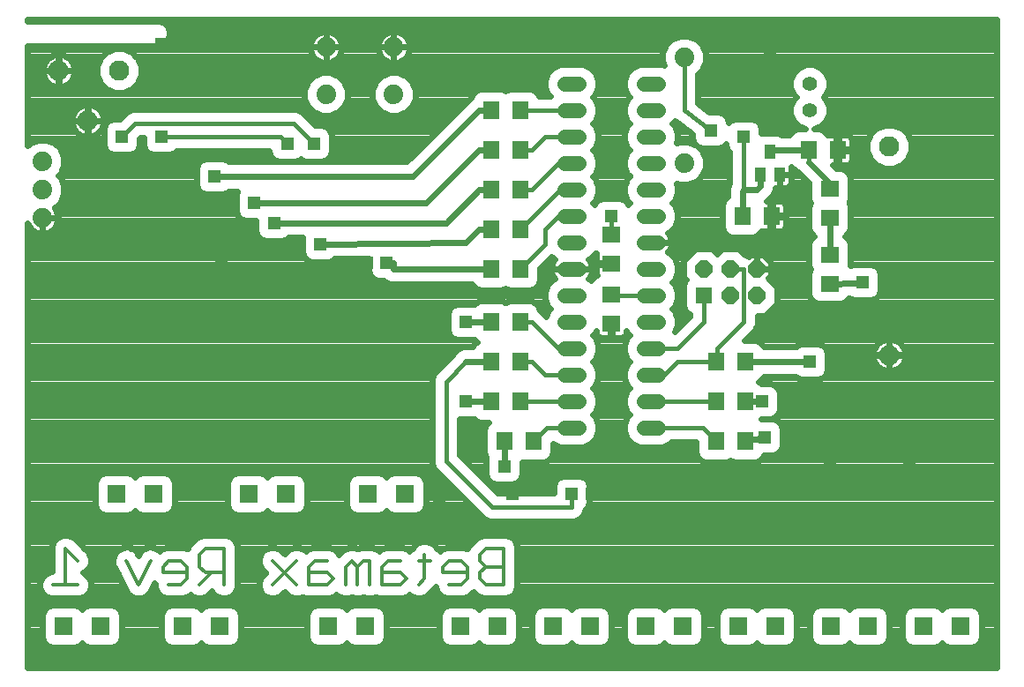
<source format=gbl>
G75*
G70*
%OFA0B0*%
%FSLAX24Y24*%
%IPPOS*%
%LPD*%
%AMOC8*
5,1,8,0,0,1.08239X$1,22.5*
%
%ADD10C,0.0120*%
%ADD11C,0.0560*%
%ADD12R,0.0640X0.0640*%
%ADD13OC8,0.0640*%
%ADD14C,0.0560*%
%ADD15R,0.0630X0.0709*%
%ADD16R,0.0394X0.0551*%
%ADD17C,0.0768*%
%ADD18R,0.0709X0.0630*%
%ADD19R,0.0712X0.0712*%
%ADD20C,0.0740*%
%ADD21C,0.0160*%
%ADD22R,0.0476X0.0476*%
%ADD23C,0.0240*%
%ADD24C,0.0320*%
D10*
X009236Y008973D02*
X010157Y008973D01*
X009697Y008973D02*
X009697Y010354D01*
X010157Y009894D01*
X011999Y009894D02*
X012459Y008973D01*
X012920Y009894D01*
X013380Y009664D02*
X013380Y009433D01*
X014301Y009433D01*
X014301Y009203D02*
X014301Y009664D01*
X014071Y009894D01*
X013610Y009894D01*
X013380Y009664D01*
X014071Y008973D02*
X014301Y009203D01*
X014071Y008973D02*
X013610Y008973D01*
X014761Y008973D02*
X015222Y009433D01*
X014991Y009433D02*
X014761Y009664D01*
X014761Y010124D01*
X014991Y010354D01*
X015682Y010354D01*
X015682Y008973D01*
X015682Y009433D02*
X014991Y009433D01*
X017523Y008973D02*
X018444Y009894D01*
X018905Y009664D02*
X018905Y008973D01*
X019595Y008973D01*
X019825Y009203D01*
X019595Y009433D01*
X018905Y009433D01*
X018905Y009664D02*
X019135Y009894D01*
X019595Y009894D01*
X020286Y009664D02*
X020286Y008973D01*
X020746Y008973D02*
X020746Y009664D01*
X020516Y009894D01*
X020286Y009664D01*
X020746Y009664D02*
X020976Y009894D01*
X021207Y009894D01*
X021207Y008973D01*
X021667Y008973D02*
X022358Y008973D01*
X022588Y009203D01*
X022358Y009433D01*
X021667Y009433D01*
X021667Y009664D02*
X021667Y008973D01*
X021667Y009664D02*
X021897Y009894D01*
X022358Y009894D01*
X023048Y009894D02*
X023509Y009894D01*
X023278Y010124D02*
X023278Y009203D01*
X023048Y008973D01*
X023969Y009433D02*
X024890Y009433D01*
X024890Y009203D02*
X024890Y009664D01*
X024660Y009894D01*
X024199Y009894D01*
X023969Y009664D01*
X023969Y009433D01*
X024199Y008973D02*
X024660Y008973D01*
X024890Y009203D01*
X025350Y009203D02*
X025350Y009433D01*
X025580Y009664D01*
X026271Y009664D01*
X025580Y009664D02*
X025350Y009894D01*
X025350Y010124D01*
X025580Y010354D01*
X026271Y010354D01*
X026271Y008973D01*
X025580Y008973D01*
X025350Y009203D01*
X018444Y008973D02*
X017523Y009894D01*
D11*
X028551Y014913D02*
X029111Y014913D01*
X029111Y015913D02*
X028551Y015913D01*
X028551Y016913D02*
X029111Y016913D01*
X029111Y017913D02*
X028551Y017913D01*
X028551Y018913D02*
X029111Y018913D01*
X029111Y019913D02*
X028551Y019913D01*
X028551Y020913D02*
X029111Y020913D01*
X029111Y021913D02*
X028551Y021913D01*
X028551Y022913D02*
X029111Y022913D01*
X029111Y023913D02*
X028551Y023913D01*
X028551Y024913D02*
X029111Y024913D01*
X029111Y025913D02*
X028551Y025913D01*
X028551Y026913D02*
X029111Y026913D01*
X029111Y027913D02*
X028551Y027913D01*
X031551Y027913D02*
X032111Y027913D01*
X032111Y026913D02*
X031551Y026913D01*
X031551Y025913D02*
X032111Y025913D01*
X032111Y024913D02*
X031551Y024913D01*
X031551Y023913D02*
X032111Y023913D01*
X032111Y022913D02*
X031551Y022913D01*
X031551Y021913D02*
X032111Y021913D01*
X032111Y020913D02*
X031551Y020913D01*
X031551Y019913D02*
X032111Y019913D01*
X032111Y018913D02*
X031551Y018913D01*
X031551Y017913D02*
X032111Y017913D01*
X032111Y016913D02*
X031551Y016913D01*
X031551Y015913D02*
X032111Y015913D01*
X032111Y014913D02*
X031551Y014913D01*
D12*
X033831Y019913D03*
D13*
X034831Y019913D03*
X035831Y019913D03*
X035831Y020913D03*
X034831Y020913D03*
X033831Y020913D03*
D14*
X037831Y026913D03*
X037831Y027913D03*
D15*
X037780Y025413D03*
X038882Y025413D03*
X036382Y022913D03*
X035280Y022913D03*
X035382Y017413D03*
X034280Y017413D03*
X034280Y015913D03*
X035382Y015913D03*
X035382Y014413D03*
X034280Y014413D03*
X027382Y014413D03*
X026280Y014413D03*
X025780Y015913D03*
X026882Y015913D03*
X026882Y017413D03*
X025780Y017413D03*
X025780Y018913D03*
X026882Y018913D03*
X026882Y020913D03*
X025780Y020913D03*
X025780Y022413D03*
X026882Y022413D03*
X026882Y023913D03*
X025780Y023913D03*
X025780Y025413D03*
X026882Y025413D03*
X026882Y026913D03*
X025780Y026913D03*
D16*
X035957Y024480D03*
X036705Y024480D03*
X036331Y025346D03*
D17*
X040831Y025537D03*
X040831Y017663D03*
X011725Y028413D03*
X009441Y028413D03*
X010544Y026523D03*
D18*
X030331Y022214D03*
X030331Y021112D03*
X030331Y019964D03*
X030331Y018862D03*
X038581Y020362D03*
X038581Y021464D03*
X038581Y022862D03*
X038581Y023964D03*
D19*
X022536Y012413D03*
X021134Y012413D03*
X018036Y012413D03*
X016634Y012413D03*
X013036Y012413D03*
X011634Y012413D03*
X011036Y007413D03*
X009634Y007413D03*
X014134Y007413D03*
X015536Y007413D03*
X019634Y007413D03*
X021036Y007413D03*
X024634Y007413D03*
X026036Y007413D03*
X028134Y007413D03*
X029536Y007413D03*
X031634Y007413D03*
X033036Y007413D03*
X035134Y007413D03*
X036536Y007413D03*
X038634Y007413D03*
X040036Y007413D03*
X042134Y007413D03*
X043536Y007413D03*
D20*
X033081Y024913D03*
X033081Y028913D03*
X022111Y029303D03*
X022111Y027523D03*
X019551Y027523D03*
X019551Y029303D03*
X008831Y024983D03*
X008831Y023913D03*
X008831Y022843D03*
D21*
X011831Y025913D02*
X012331Y026413D01*
X018331Y026413D01*
X019081Y025663D01*
X018081Y025663D02*
X017831Y025913D01*
X013331Y025913D01*
X024081Y016663D02*
X024831Y017413D01*
X024081Y016663D02*
X024081Y013663D01*
X025831Y011913D01*
X028831Y011913D01*
X028831Y012413D01*
X027382Y014413D02*
X027882Y014913D01*
X028831Y014913D01*
X028831Y015913D02*
X026882Y015913D01*
X027831Y016913D02*
X028831Y016913D01*
X027831Y016913D02*
X027331Y017413D01*
X026882Y017413D01*
X028331Y017913D02*
X028831Y017913D01*
X028331Y017913D02*
X027331Y018913D01*
X026882Y018913D01*
X026882Y020913D02*
X027831Y021862D01*
X027831Y022413D01*
X028331Y022913D01*
X028831Y022913D01*
X028831Y023913D02*
X028382Y023913D01*
X026882Y022413D01*
X026882Y023913D02*
X027331Y023913D01*
X028331Y024913D01*
X028831Y024913D01*
X028831Y025913D02*
X027831Y025913D01*
X027331Y025413D01*
X026882Y025413D01*
X026882Y026913D02*
X028831Y026913D01*
X033081Y026913D02*
X034081Y026163D01*
X033081Y026913D02*
X033081Y028913D01*
X035331Y025913D02*
X035331Y023913D01*
X036331Y025346D02*
X036398Y025413D01*
X037780Y025413D02*
X037780Y024964D01*
X038581Y024163D02*
X038581Y023964D01*
X038581Y021663D02*
X038581Y021464D01*
X038581Y020362D02*
X038780Y020362D01*
X035331Y020913D02*
X035331Y018913D01*
X034331Y017913D01*
X034331Y017464D01*
X034280Y017413D01*
X032831Y017413D01*
X032331Y016913D01*
X031831Y016913D01*
X031831Y017913D02*
X032831Y017913D01*
X033831Y018913D01*
X033831Y019913D01*
X034831Y020913D02*
X035331Y020913D01*
X031831Y019913D02*
X030780Y019913D01*
X030331Y019964D01*
X030331Y022214D02*
X030331Y022913D01*
X031831Y015913D02*
X034280Y015913D01*
X033780Y014913D02*
X034280Y014413D01*
X033780Y014913D02*
X031831Y014913D01*
D22*
X032581Y012413D03*
X029581Y012413D03*
X028831Y012413D03*
X026581Y012413D03*
X026280Y013464D03*
X023831Y012163D03*
X024831Y015913D03*
X024831Y018913D03*
X027831Y020663D03*
X030331Y022913D03*
X034081Y026163D03*
X035331Y025913D03*
X036331Y028913D03*
X039831Y020413D03*
X037831Y017413D03*
X036024Y015913D03*
X036132Y014555D03*
X035581Y013413D03*
X038581Y013413D03*
X041581Y013413D03*
X021831Y021163D03*
X021081Y021163D03*
X019331Y021862D03*
X017581Y022663D03*
X016831Y023413D03*
X015331Y024413D03*
X013331Y025913D03*
X011831Y025913D03*
X013331Y029413D03*
X018081Y025663D03*
X019081Y025663D03*
X015581Y021163D03*
X018331Y017663D03*
X012331Y017663D03*
X009331Y018663D03*
D23*
X008271Y022657D02*
X008271Y005853D01*
X044883Y005853D01*
X044883Y030343D01*
X008271Y030343D01*
X008271Y030292D01*
X013255Y030292D01*
X013426Y030221D01*
X013557Y030090D01*
X013628Y029919D01*
X013628Y029733D01*
X013557Y029562D01*
X013426Y029431D01*
X013255Y029360D01*
X008271Y029360D01*
X008271Y025569D01*
X008372Y025670D01*
X008670Y025793D01*
X008992Y025793D01*
X009290Y025670D01*
X009518Y025442D01*
X009641Y025144D01*
X009641Y024822D01*
X009518Y024524D01*
X009441Y024448D01*
X009518Y024372D01*
X009641Y024074D01*
X009641Y023752D01*
X009518Y023454D01*
X009290Y023226D01*
X009284Y023224D01*
X009336Y023152D01*
X009378Y023069D01*
X009406Y022981D01*
X009421Y022889D01*
X009421Y022843D01*
X008831Y022843D01*
X008831Y022843D01*
X009421Y022843D01*
X009421Y022797D01*
X009406Y022705D01*
X009378Y022617D01*
X009336Y022534D01*
X009281Y022459D01*
X009215Y022393D01*
X009140Y022338D01*
X009057Y022296D01*
X008969Y022268D01*
X008877Y022253D01*
X008831Y022253D01*
X008831Y022843D01*
X008831Y022843D01*
X008831Y022253D01*
X008785Y022253D01*
X008693Y022268D01*
X008604Y022296D01*
X008522Y022338D01*
X008447Y022393D01*
X008381Y022459D01*
X008326Y022534D01*
X008284Y022617D01*
X008271Y022657D01*
X008271Y022525D02*
X008333Y022525D01*
X008271Y022286D02*
X008636Y022286D01*
X008831Y022286D02*
X008831Y022286D01*
X009026Y022286D02*
X016925Y022286D01*
X016903Y022338D02*
X016970Y022176D01*
X017094Y022052D01*
X017256Y021985D01*
X017906Y021985D01*
X018068Y022052D01*
X018119Y022103D01*
X018653Y022103D01*
X018653Y021536D01*
X018720Y021375D01*
X018844Y021251D01*
X019006Y021184D01*
X019656Y021184D01*
X019818Y021251D01*
X019874Y021307D01*
X021153Y021319D01*
X021153Y020838D01*
X021220Y020676D01*
X021344Y020552D01*
X021506Y020485D01*
X021717Y020485D01*
X021764Y020438D01*
X021970Y020353D01*
X025074Y020353D01*
X025092Y020309D01*
X025216Y020186D01*
X025377Y020119D01*
X026182Y020119D01*
X026331Y020180D01*
X026480Y020119D01*
X027285Y020119D01*
X027446Y020186D01*
X027570Y020309D01*
X027637Y020471D01*
X027637Y020933D01*
X028075Y021371D01*
X028143Y021303D01*
X028207Y021276D01*
X028170Y021239D01*
X028123Y021175D01*
X028088Y021105D01*
X028063Y021030D01*
X028051Y020952D01*
X028051Y020913D01*
X028831Y020913D01*
X029611Y020913D01*
X029611Y020952D01*
X029599Y021030D01*
X029574Y021105D01*
X029539Y021175D01*
X029492Y021239D01*
X029455Y021276D01*
X029519Y021303D01*
X029721Y021505D01*
X029730Y021525D01*
X029771Y021508D01*
X029757Y021456D01*
X029757Y021149D01*
X030293Y021149D01*
X030293Y021074D01*
X029757Y021074D01*
X029757Y020768D01*
X029772Y020712D01*
X029791Y020678D01*
X029727Y020652D01*
X029604Y020528D01*
X029577Y020465D01*
X029519Y020523D01*
X029455Y020550D01*
X029492Y020587D01*
X029539Y020651D01*
X029574Y020721D01*
X029599Y020796D01*
X029611Y020874D01*
X029611Y020913D01*
X028831Y020913D01*
X028831Y020913D01*
X028831Y020913D01*
X028051Y020913D01*
X028051Y020874D01*
X028063Y020796D01*
X028088Y020721D01*
X028123Y020651D01*
X028170Y020587D01*
X028207Y020550D01*
X028143Y020523D01*
X027941Y020321D01*
X027831Y020056D01*
X027831Y019770D01*
X027941Y019505D01*
X028033Y019413D01*
X027941Y019321D01*
X027858Y019121D01*
X027772Y019208D01*
X027637Y019342D01*
X027637Y019355D01*
X027570Y019517D01*
X027446Y019640D01*
X027285Y019707D01*
X026480Y019707D01*
X026331Y019646D01*
X026182Y019707D01*
X025377Y019707D01*
X025216Y019640D01*
X025163Y019588D01*
X025156Y019591D01*
X024506Y019591D01*
X024344Y019524D01*
X024220Y019400D01*
X024153Y019238D01*
X024153Y018588D01*
X024220Y018426D01*
X024344Y018302D01*
X024506Y018235D01*
X025156Y018235D01*
X025163Y018238D01*
X025216Y018186D01*
X025270Y018163D01*
X025216Y018140D01*
X025092Y018017D01*
X025074Y017973D01*
X024720Y017973D01*
X024514Y017888D01*
X024356Y017730D01*
X024316Y017634D01*
X023786Y017104D01*
X023640Y016958D01*
X023561Y016766D01*
X023561Y013560D01*
X023640Y013368D01*
X023786Y013222D01*
X023786Y013222D01*
X025390Y011618D01*
X025536Y011472D01*
X025728Y011393D01*
X028934Y011393D01*
X029126Y011472D01*
X029272Y011618D01*
X029351Y011810D01*
X029351Y011835D01*
X029442Y011926D01*
X029509Y012088D01*
X029509Y012738D01*
X029442Y012900D01*
X029318Y013024D01*
X029156Y013091D01*
X028506Y013091D01*
X028344Y013024D01*
X028220Y012900D01*
X028153Y012738D01*
X028153Y012433D01*
X026046Y012433D01*
X024601Y013878D01*
X024601Y015235D01*
X025156Y015235D01*
X025163Y015238D01*
X025216Y015186D01*
X025377Y015119D01*
X025694Y015119D01*
X025592Y015017D01*
X025525Y014855D01*
X025525Y013971D01*
X025592Y013809D01*
X025605Y013796D01*
X025602Y013789D01*
X025602Y013139D01*
X025669Y012977D01*
X025793Y012853D01*
X025954Y012786D01*
X026605Y012786D01*
X026767Y012853D01*
X026891Y012977D01*
X026958Y013139D01*
X026958Y013628D01*
X026980Y013619D01*
X027785Y013619D01*
X027946Y013686D01*
X028070Y013809D01*
X028137Y013971D01*
X028137Y014309D01*
X028143Y014303D01*
X028408Y014193D01*
X029254Y014193D01*
X029519Y014303D01*
X029721Y014505D01*
X029831Y014770D01*
X029831Y015056D01*
X029721Y015321D01*
X029629Y015413D01*
X029721Y015505D01*
X029831Y015770D01*
X029831Y016056D01*
X029721Y016321D01*
X029629Y016413D01*
X029721Y016505D01*
X029831Y016770D01*
X029831Y017056D01*
X029721Y017321D01*
X029629Y017413D01*
X029721Y017505D01*
X029831Y017770D01*
X029831Y018056D01*
X029721Y018321D01*
X029629Y018413D01*
X029721Y018505D01*
X029757Y018590D01*
X029757Y018518D01*
X029772Y018462D01*
X029801Y018412D01*
X029842Y018371D01*
X029892Y018342D01*
X029948Y018327D01*
X030293Y018327D01*
X030293Y018824D01*
X030368Y018824D01*
X030368Y018327D01*
X030714Y018327D01*
X030770Y018342D01*
X030820Y018371D01*
X030861Y018412D01*
X030890Y018462D01*
X030905Y018518D01*
X030905Y018590D01*
X030941Y018505D01*
X031033Y018413D01*
X030941Y018321D01*
X030831Y018056D01*
X030831Y017770D01*
X030941Y017505D01*
X031033Y017413D01*
X030941Y017321D01*
X030831Y017056D01*
X030831Y016770D01*
X030941Y016505D01*
X031033Y016413D01*
X030941Y016321D01*
X030831Y016056D01*
X030831Y015770D01*
X030941Y015505D01*
X031033Y015413D01*
X030941Y015321D01*
X030831Y015056D01*
X030831Y014770D01*
X030941Y014505D01*
X031143Y014303D01*
X031408Y014193D01*
X032254Y014193D01*
X032519Y014303D01*
X032609Y014393D01*
X033525Y014393D01*
X033525Y013971D01*
X033592Y013809D01*
X033716Y013686D01*
X033877Y013619D01*
X034682Y013619D01*
X034831Y013680D01*
X034980Y013619D01*
X035785Y013619D01*
X035946Y013686D01*
X036070Y013809D01*
X036098Y013877D01*
X036457Y013877D01*
X036619Y013944D01*
X036743Y014068D01*
X036810Y014229D01*
X036810Y014880D01*
X036743Y015042D01*
X036619Y015166D01*
X036457Y015233D01*
X035993Y015233D01*
X035996Y015235D01*
X036349Y015235D01*
X036511Y015302D01*
X036635Y015426D01*
X036702Y015588D01*
X036702Y016238D01*
X036635Y016400D01*
X036511Y016524D01*
X036349Y016591D01*
X035996Y016591D01*
X035946Y016640D01*
X035892Y016663D01*
X035946Y016686D01*
X036070Y016809D01*
X036088Y016853D01*
X037293Y016853D01*
X037344Y016802D01*
X037506Y016735D01*
X038156Y016735D01*
X038318Y016802D01*
X038442Y016926D01*
X038509Y017088D01*
X038509Y017738D01*
X038442Y017900D01*
X038318Y018024D01*
X038156Y018091D01*
X037506Y018091D01*
X037344Y018024D01*
X037293Y017973D01*
X036088Y017973D01*
X036070Y018017D01*
X035946Y018140D01*
X035785Y018207D01*
X035361Y018207D01*
X035772Y018618D01*
X035851Y018810D01*
X035851Y019153D01*
X036146Y019153D01*
X036591Y019598D01*
X036591Y020228D01*
X036250Y020569D01*
X036371Y020689D01*
X036371Y020913D01*
X036371Y021137D01*
X036055Y021453D01*
X035831Y021453D01*
X035831Y021065D01*
X035831Y021453D01*
X035607Y021453D01*
X035543Y021388D01*
X035434Y021433D01*
X035386Y021433D01*
X035146Y021673D01*
X034516Y021673D01*
X034331Y021488D01*
X034146Y021673D01*
X033516Y021673D01*
X033071Y021228D01*
X033071Y020598D01*
X033162Y020507D01*
X033138Y020482D01*
X033071Y020321D01*
X033071Y019505D01*
X033138Y019344D01*
X033262Y019220D01*
X033311Y019200D01*
X033311Y019128D01*
X032745Y018563D01*
X032831Y018770D01*
X032831Y019056D01*
X032721Y019321D01*
X032629Y019413D01*
X032721Y019505D01*
X032831Y019770D01*
X032831Y020056D01*
X032721Y020321D01*
X032629Y020413D01*
X032721Y020505D01*
X032831Y020770D01*
X032831Y021056D01*
X032721Y021321D01*
X032519Y021523D01*
X032455Y021550D01*
X032492Y021587D01*
X032539Y021651D01*
X032574Y021721D01*
X032599Y021796D01*
X032611Y021874D01*
X032611Y021913D01*
X032611Y021952D01*
X032599Y022030D01*
X032574Y022105D01*
X032539Y022175D01*
X032492Y022239D01*
X032455Y022276D01*
X032519Y022303D01*
X032721Y022505D01*
X032831Y022770D01*
X032831Y023056D01*
X032721Y023321D01*
X032629Y023413D01*
X032721Y023505D01*
X032831Y023770D01*
X032831Y024056D01*
X032789Y024157D01*
X032920Y024103D01*
X033242Y024103D01*
X033540Y024226D01*
X033768Y024454D01*
X033891Y024752D01*
X033891Y025074D01*
X033768Y025372D01*
X033540Y025600D01*
X033242Y025723D01*
X032920Y025723D01*
X032789Y025669D01*
X032831Y025770D01*
X032831Y026056D01*
X032721Y026321D01*
X032629Y026413D01*
X032721Y026505D01*
X032730Y026526D01*
X032739Y026519D01*
X032786Y026472D01*
X032821Y026458D01*
X033403Y026021D01*
X033403Y025838D01*
X033470Y025676D01*
X033594Y025552D01*
X033756Y025485D01*
X034406Y025485D01*
X034568Y025552D01*
X034653Y025637D01*
X034653Y025588D01*
X034720Y025426D01*
X034811Y025335D01*
X034811Y024185D01*
X034805Y024179D01*
X034720Y023973D01*
X034720Y023642D01*
X034716Y023640D01*
X034592Y023517D01*
X034525Y023355D01*
X034525Y022471D01*
X034592Y022309D01*
X034716Y022186D01*
X034877Y022119D01*
X035682Y022119D01*
X035844Y022186D01*
X035968Y022309D01*
X035986Y022353D01*
X036038Y022339D01*
X036345Y022339D01*
X036345Y022876D01*
X036420Y022876D01*
X036420Y022950D01*
X036917Y022950D01*
X036917Y023296D01*
X036902Y023352D01*
X036873Y023402D01*
X036832Y023443D01*
X036782Y023472D01*
X036726Y023487D01*
X036420Y023487D01*
X036420Y022950D01*
X036345Y022950D01*
X036345Y023487D01*
X036197Y023487D01*
X036274Y023564D01*
X036432Y023722D01*
X036517Y023928D01*
X036517Y023945D01*
X036527Y023955D01*
X036539Y023984D01*
X036705Y023984D01*
X036931Y023984D01*
X036987Y023999D01*
X037037Y024028D01*
X037078Y024069D01*
X037107Y024119D01*
X037122Y024175D01*
X037122Y024480D01*
X037122Y024779D01*
X037216Y024686D01*
X037304Y024649D01*
X037305Y024647D01*
X037787Y024165D01*
X037787Y023562D01*
X037848Y023413D01*
X037787Y023264D01*
X037787Y022459D01*
X037854Y022298D01*
X037977Y022174D01*
X038004Y022163D01*
X037977Y022152D01*
X037854Y022028D01*
X037787Y021867D01*
X037787Y021062D01*
X037848Y020913D01*
X037787Y020764D01*
X037787Y019959D01*
X037854Y019798D01*
X037977Y019674D01*
X038139Y019607D01*
X039023Y019607D01*
X039185Y019674D01*
X039308Y019798D01*
X039320Y019826D01*
X039344Y019802D01*
X039506Y019735D01*
X040156Y019735D01*
X040318Y019802D01*
X040442Y019926D01*
X040509Y020088D01*
X040509Y020738D01*
X040442Y020900D01*
X040318Y021024D01*
X040156Y021091D01*
X039506Y021091D01*
X039363Y021032D01*
X039375Y021062D01*
X039375Y021867D01*
X039308Y022028D01*
X039185Y022152D01*
X039158Y022163D01*
X039185Y022174D01*
X039308Y022298D01*
X039375Y022459D01*
X039375Y023264D01*
X039314Y023413D01*
X039375Y023562D01*
X039375Y024367D01*
X039308Y024528D01*
X039185Y024652D01*
X039023Y024719D01*
X038817Y024719D01*
X038697Y024839D01*
X038845Y024839D01*
X038845Y025376D01*
X038920Y025376D01*
X038920Y025450D01*
X039417Y025450D01*
X039417Y025796D01*
X039402Y025852D01*
X039373Y025902D01*
X039332Y025943D01*
X039282Y025972D01*
X039226Y025987D01*
X038920Y025987D01*
X038920Y025450D01*
X038845Y025450D01*
X038845Y025987D01*
X038538Y025987D01*
X038486Y025973D01*
X038468Y026017D01*
X038344Y026140D01*
X038182Y026207D01*
X038009Y026207D01*
X038239Y026303D01*
X038441Y026505D01*
X038551Y026770D01*
X038551Y027056D01*
X044883Y027056D01*
X044883Y026818D02*
X038551Y026818D01*
X038551Y027056D02*
X038441Y027321D01*
X038349Y027413D01*
X038441Y027505D01*
X038551Y027770D01*
X038551Y028056D01*
X038441Y028321D01*
X038239Y028523D01*
X037974Y028633D01*
X037688Y028633D01*
X037423Y028523D01*
X037221Y028321D01*
X037111Y028056D01*
X037111Y027770D01*
X037221Y027505D01*
X037313Y027413D01*
X037221Y027321D01*
X037111Y027056D01*
X033757Y027056D01*
X033601Y027173D02*
X034044Y026841D01*
X034406Y026841D01*
X034568Y026774D01*
X034692Y026650D01*
X034759Y026488D01*
X034759Y026439D01*
X034844Y026524D01*
X035006Y026591D01*
X035656Y026591D01*
X035818Y026524D01*
X035942Y026400D01*
X036009Y026238D01*
X036009Y026046D01*
X036047Y026062D01*
X036615Y026062D01*
X036777Y025995D01*
X036799Y025973D01*
X037074Y025973D01*
X037092Y026017D01*
X037216Y026140D01*
X037377Y026207D01*
X037653Y026207D01*
X037423Y026303D01*
X037221Y026505D01*
X037111Y026770D01*
X037111Y027056D01*
X037111Y026818D02*
X034462Y026818D01*
X034721Y026579D02*
X034977Y026579D01*
X035685Y026579D02*
X037190Y026579D01*
X037385Y026341D02*
X035966Y026341D01*
X036009Y026102D02*
X037177Y026102D01*
X037780Y025413D02*
X036398Y025413D01*
X037122Y024671D02*
X037251Y024671D01*
X037122Y024480D02*
X036705Y024480D01*
X036705Y024480D01*
X037122Y024480D01*
X037122Y024433D02*
X037519Y024433D01*
X037758Y024194D02*
X037122Y024194D01*
X036705Y024194D02*
X036705Y024194D01*
X036705Y023984D02*
X036705Y024480D01*
X036705Y024480D01*
X036705Y023984D01*
X036527Y023956D02*
X037787Y023956D01*
X037787Y023717D02*
X036427Y023717D01*
X036274Y023564D02*
X036274Y023564D01*
X036345Y023479D02*
X036420Y023479D01*
X036420Y023240D02*
X036345Y023240D01*
X036345Y023002D02*
X036420Y023002D01*
X036420Y022876D02*
X036917Y022876D01*
X036917Y022530D01*
X036902Y022474D01*
X036873Y022424D01*
X036832Y022383D01*
X036782Y022354D01*
X036726Y022339D01*
X036420Y022339D01*
X036420Y022876D01*
X036420Y022763D02*
X036345Y022763D01*
X036345Y022525D02*
X036420Y022525D01*
X035944Y022286D02*
X037865Y022286D01*
X037873Y022048D02*
X032593Y022048D01*
X032611Y021913D02*
X031831Y021913D01*
X031831Y021913D01*
X032611Y021913D01*
X032601Y021809D02*
X037787Y021809D01*
X037787Y021571D02*
X035248Y021571D01*
X035831Y021332D02*
X035831Y021332D01*
X035831Y021094D02*
X035831Y021094D01*
X035831Y021065D02*
X035831Y021065D01*
X035851Y020913D02*
X036371Y020913D01*
X035851Y020913D01*
X035851Y020913D01*
X036371Y020855D02*
X037824Y020855D01*
X037787Y020617D02*
X036298Y020617D01*
X036441Y020378D02*
X037787Y020378D01*
X037787Y020140D02*
X036591Y020140D01*
X036591Y019901D02*
X037811Y019901D01*
X038005Y019663D02*
X036591Y019663D01*
X036417Y019424D02*
X044883Y019424D01*
X044883Y019186D02*
X036178Y019186D01*
X035851Y018947D02*
X044883Y018947D01*
X044883Y018709D02*
X035809Y018709D01*
X035623Y018470D02*
X044883Y018470D01*
X044883Y018232D02*
X041035Y018232D01*
X041063Y018223D02*
X040972Y018252D01*
X040878Y018267D01*
X040839Y018267D01*
X040839Y017671D01*
X041435Y017671D01*
X041435Y017711D01*
X041420Y017804D01*
X041391Y017895D01*
X041347Y017979D01*
X041292Y018056D01*
X041224Y018124D01*
X041147Y018179D01*
X041063Y018223D01*
X040839Y018232D02*
X040823Y018232D01*
X040823Y018267D02*
X040783Y018267D01*
X040690Y018252D01*
X040599Y018223D01*
X040514Y018179D01*
X040438Y018124D01*
X040370Y018056D01*
X040315Y017979D01*
X040271Y017895D01*
X040242Y017804D01*
X040227Y017711D01*
X040227Y017671D01*
X040823Y017671D01*
X040823Y018267D01*
X040627Y018232D02*
X035385Y018232D01*
X036080Y017993D02*
X037313Y017993D01*
X037831Y017413D02*
X035382Y017413D01*
X036061Y016801D02*
X037348Y016801D01*
X036666Y016324D02*
X044883Y016324D01*
X044883Y016562D02*
X036419Y016562D01*
X036702Y016085D02*
X044883Y016085D01*
X044883Y015847D02*
X036702Y015847D01*
X036702Y015608D02*
X044883Y015608D01*
X044883Y015370D02*
X036578Y015370D01*
X036654Y015131D02*
X044883Y015131D01*
X044883Y014893D02*
X036805Y014893D01*
X036810Y014654D02*
X044883Y014654D01*
X044883Y014416D02*
X036810Y014416D01*
X036788Y014177D02*
X044883Y014177D01*
X044883Y013939D02*
X036606Y013939D01*
X035961Y013700D02*
X044883Y013700D01*
X044883Y013462D02*
X026958Y013462D01*
X026958Y013223D02*
X044883Y013223D01*
X044883Y012985D02*
X029357Y012985D01*
X029506Y012746D02*
X044883Y012746D01*
X044883Y012508D02*
X029509Y012508D01*
X029509Y012269D02*
X044883Y012269D01*
X044883Y012031D02*
X029485Y012031D01*
X029344Y011792D02*
X044883Y011792D01*
X044883Y011554D02*
X029207Y011554D01*
X028153Y012508D02*
X025972Y012508D01*
X025733Y012746D02*
X028156Y012746D01*
X028305Y012985D02*
X026894Y012985D01*
X026280Y013464D02*
X026280Y014413D01*
X025525Y014416D02*
X024601Y014416D01*
X024601Y014654D02*
X025525Y014654D01*
X025540Y014893D02*
X024601Y014893D01*
X024601Y015131D02*
X025347Y015131D01*
X025780Y015913D02*
X024831Y015913D01*
X023561Y015847D02*
X008271Y015847D01*
X008271Y016085D02*
X023561Y016085D01*
X023561Y016324D02*
X008271Y016324D01*
X008271Y016562D02*
X023561Y016562D01*
X023575Y016801D02*
X008271Y016801D01*
X008271Y017039D02*
X023722Y017039D01*
X023960Y017278D02*
X008271Y017278D01*
X008271Y017516D02*
X024199Y017516D01*
X024381Y017755D02*
X008271Y017755D01*
X008271Y017993D02*
X025082Y017993D01*
X025170Y018232D02*
X008271Y018232D01*
X008271Y018470D02*
X024202Y018470D01*
X024153Y018709D02*
X008271Y018709D01*
X008271Y018947D02*
X024153Y018947D01*
X024153Y019186D02*
X008271Y019186D01*
X008271Y019424D02*
X024244Y019424D01*
X024831Y018913D02*
X025780Y018913D01*
X026290Y019663D02*
X026371Y019663D01*
X026429Y020140D02*
X026233Y020140D01*
X025327Y020140D02*
X008271Y020140D01*
X008271Y020378D02*
X021909Y020378D01*
X022081Y020913D02*
X025780Y020913D01*
X024831Y021913D02*
X025331Y022413D01*
X025780Y022413D01*
X024831Y021913D02*
X019331Y021862D01*
X018653Y021809D02*
X008271Y021809D01*
X008271Y021571D02*
X018653Y021571D01*
X018763Y021332D02*
X008271Y021332D01*
X008271Y021094D02*
X021153Y021094D01*
X021153Y020855D02*
X008271Y020855D01*
X008271Y020617D02*
X021280Y020617D01*
X021831Y021163D02*
X022081Y021163D01*
X022081Y020913D01*
X024081Y022663D02*
X025331Y023913D01*
X025780Y023913D01*
X024081Y022663D02*
X017581Y022663D01*
X016903Y022735D02*
X016903Y022338D01*
X016903Y022525D02*
X009329Y022525D01*
X009416Y022763D02*
X016438Y022763D01*
X016506Y022735D02*
X016903Y022735D01*
X016506Y022735D02*
X016344Y022802D01*
X016220Y022926D01*
X016153Y023088D01*
X016153Y023738D01*
X016201Y023853D01*
X015869Y023853D01*
X015818Y023802D01*
X015656Y023735D01*
X015006Y023735D01*
X014844Y023802D01*
X014720Y023926D01*
X014653Y024088D01*
X014653Y024738D01*
X014720Y024900D01*
X014844Y025024D01*
X015006Y025091D01*
X015656Y025091D01*
X015818Y025024D01*
X015869Y024973D01*
X022599Y024973D01*
X024856Y027230D01*
X025014Y027388D01*
X025044Y027400D01*
X025092Y027517D01*
X025216Y027640D01*
X025377Y027707D01*
X026182Y027707D01*
X026331Y027646D01*
X026480Y027707D01*
X027285Y027707D01*
X027446Y027640D01*
X027570Y027517D01*
X027605Y027433D01*
X028013Y027433D01*
X027941Y027505D01*
X027831Y027770D01*
X027831Y028056D01*
X027941Y028321D01*
X028143Y028523D01*
X028408Y028633D01*
X029254Y028633D01*
X029519Y028523D01*
X029721Y028321D01*
X029831Y028056D01*
X029831Y027770D01*
X029721Y027505D01*
X029629Y027413D01*
X029721Y027321D01*
X029831Y027056D01*
X030831Y027056D01*
X030831Y026770D01*
X030941Y026505D01*
X031033Y026413D01*
X030941Y026321D01*
X030831Y026056D01*
X030831Y025770D01*
X030941Y025505D01*
X031033Y025413D01*
X030941Y025321D01*
X030831Y025056D01*
X030831Y024770D01*
X030941Y024505D01*
X031033Y024413D01*
X030941Y024321D01*
X030831Y024056D01*
X030831Y023770D01*
X030941Y023505D01*
X031033Y023413D01*
X030965Y023345D01*
X030942Y023400D01*
X030818Y023524D01*
X030656Y023591D01*
X030006Y023591D01*
X029844Y023524D01*
X029720Y023400D01*
X029697Y023345D01*
X029629Y023413D01*
X029721Y023505D01*
X029831Y023770D01*
X029831Y024056D01*
X029721Y024321D01*
X029629Y024413D01*
X029721Y024505D01*
X029831Y024770D01*
X029831Y025056D01*
X029721Y025321D01*
X029629Y025413D01*
X029721Y025505D01*
X029831Y025770D01*
X029831Y026056D01*
X029721Y026321D01*
X029629Y026413D01*
X029721Y026505D01*
X029831Y026770D01*
X029831Y027056D01*
X029831Y026818D02*
X030831Y026818D01*
X030831Y027056D02*
X030941Y027321D01*
X031033Y027413D01*
X030941Y027505D01*
X030831Y027770D01*
X030831Y028056D01*
X030941Y028321D01*
X031143Y028523D01*
X031408Y028633D01*
X032254Y028633D01*
X032334Y028600D01*
X032271Y028752D01*
X032271Y029074D01*
X032394Y029372D01*
X032622Y029600D01*
X032920Y029723D01*
X033242Y029723D01*
X033540Y029600D01*
X033768Y029372D01*
X033891Y029074D01*
X033891Y028752D01*
X033768Y028454D01*
X033601Y028287D01*
X033601Y027173D01*
X033601Y027295D02*
X037210Y027295D01*
X037209Y027533D02*
X033601Y027533D01*
X033601Y027772D02*
X037111Y027772D01*
X037111Y028010D02*
X033601Y028010D01*
X033601Y028249D02*
X037191Y028249D01*
X037387Y028487D02*
X033781Y028487D01*
X033880Y028726D02*
X044883Y028726D01*
X044883Y028964D02*
X033891Y028964D01*
X033838Y029203D02*
X044883Y029203D01*
X044883Y029441D02*
X033698Y029441D01*
X033347Y029680D02*
X044883Y029680D01*
X044883Y029918D02*
X013628Y029918D01*
X013605Y029680D02*
X019095Y029680D01*
X019101Y029687D02*
X019046Y029612D01*
X019004Y029529D01*
X018975Y029441D01*
X013435Y029441D01*
X013490Y030157D02*
X044883Y030157D01*
X044883Y028487D02*
X038275Y028487D01*
X038471Y028249D02*
X044883Y028249D01*
X044883Y028010D02*
X038551Y028010D01*
X038551Y027772D02*
X044883Y027772D01*
X044883Y027533D02*
X038453Y027533D01*
X038452Y027295D02*
X044883Y027295D01*
X044883Y026579D02*
X038472Y026579D01*
X038277Y026341D02*
X040618Y026341D01*
X040667Y026361D02*
X040364Y026235D01*
X040133Y026004D01*
X040007Y025701D01*
X040007Y025373D01*
X040133Y025070D01*
X040364Y024839D01*
X040667Y024713D01*
X040995Y024713D01*
X041298Y024839D01*
X041529Y025070D01*
X041655Y025373D01*
X041655Y025701D01*
X041529Y026004D01*
X041298Y026235D01*
X040995Y026361D01*
X040667Y026361D01*
X041044Y026341D02*
X044883Y026341D01*
X044883Y026102D02*
X041431Y026102D01*
X041587Y025864D02*
X044883Y025864D01*
X044883Y025625D02*
X041655Y025625D01*
X041655Y025387D02*
X044883Y025387D01*
X044883Y025148D02*
X041562Y025148D01*
X041369Y024910D02*
X044883Y024910D01*
X044883Y024671D02*
X039139Y024671D01*
X039226Y024839D02*
X038920Y024839D01*
X038920Y025376D01*
X039417Y025376D01*
X039417Y025030D01*
X039402Y024974D01*
X039373Y024924D01*
X039332Y024883D01*
X039282Y024854D01*
X039226Y024839D01*
X039359Y024910D02*
X040293Y024910D01*
X040100Y025148D02*
X039417Y025148D01*
X038920Y025148D02*
X038845Y025148D01*
X038845Y024910D02*
X038920Y024910D01*
X038920Y025387D02*
X040007Y025387D01*
X040007Y025625D02*
X039417Y025625D01*
X039396Y025864D02*
X040074Y025864D01*
X040231Y026102D02*
X038382Y026102D01*
X038845Y025864D02*
X038920Y025864D01*
X038920Y025625D02*
X038845Y025625D01*
X037780Y024964D02*
X038581Y024163D01*
X039375Y024194D02*
X044883Y024194D01*
X044883Y023956D02*
X039375Y023956D01*
X039375Y023717D02*
X044883Y023717D01*
X044883Y023479D02*
X039341Y023479D01*
X039375Y023240D02*
X044883Y023240D01*
X044883Y023002D02*
X039375Y023002D01*
X039375Y022763D02*
X044883Y022763D01*
X044883Y022525D02*
X039375Y022525D01*
X039297Y022286D02*
X044883Y022286D01*
X044883Y022048D02*
X039289Y022048D01*
X039375Y021809D02*
X044883Y021809D01*
X044883Y021571D02*
X039375Y021571D01*
X039375Y021332D02*
X044883Y021332D01*
X044883Y021094D02*
X039375Y021094D01*
X039831Y020413D02*
X038780Y020362D01*
X039157Y019663D02*
X044883Y019663D01*
X044883Y019901D02*
X040417Y019901D01*
X040509Y020140D02*
X044883Y020140D01*
X044883Y020378D02*
X040509Y020378D01*
X040509Y020617D02*
X044883Y020617D01*
X044883Y020855D02*
X040460Y020855D01*
X038581Y021663D02*
X038581Y022862D01*
X037787Y022763D02*
X036917Y022763D01*
X036916Y022525D02*
X037787Y022525D01*
X037787Y023002D02*
X036917Y023002D01*
X036917Y023240D02*
X037787Y023240D01*
X037821Y023479D02*
X036759Y023479D01*
X035957Y024039D02*
X035831Y023913D01*
X035331Y023913D01*
X035280Y023862D01*
X035280Y022913D01*
X034525Y023002D02*
X032831Y023002D01*
X032828Y022763D02*
X034525Y022763D01*
X034525Y022525D02*
X032729Y022525D01*
X032479Y022286D02*
X034615Y022286D01*
X034414Y021571D02*
X034248Y021571D01*
X033414Y021571D02*
X032476Y021571D01*
X032710Y021332D02*
X033175Y021332D01*
X033071Y021094D02*
X032816Y021094D01*
X032831Y020855D02*
X033071Y020855D01*
X033071Y020617D02*
X032767Y020617D01*
X032664Y020378D02*
X033095Y020378D01*
X033071Y020140D02*
X032796Y020140D01*
X032831Y019901D02*
X033071Y019901D01*
X033071Y019663D02*
X032787Y019663D01*
X032640Y019424D02*
X033105Y019424D01*
X033311Y019186D02*
X032777Y019186D01*
X032831Y018947D02*
X033130Y018947D01*
X032891Y018709D02*
X032806Y018709D01*
X030976Y018470D02*
X030892Y018470D01*
X030904Y018232D02*
X029758Y018232D01*
X029769Y018470D02*
X029686Y018470D01*
X030293Y018470D02*
X030368Y018470D01*
X030368Y018709D02*
X030293Y018709D01*
X029831Y017993D02*
X030831Y017993D01*
X030837Y017755D02*
X029825Y017755D01*
X029726Y017516D02*
X030936Y017516D01*
X030923Y017278D02*
X029739Y017278D01*
X029831Y017039D02*
X030831Y017039D01*
X030831Y016801D02*
X029831Y016801D01*
X029745Y016562D02*
X030917Y016562D01*
X030943Y016324D02*
X029719Y016324D01*
X029819Y016085D02*
X030843Y016085D01*
X030831Y015847D02*
X029831Y015847D01*
X029764Y015608D02*
X030898Y015608D01*
X030989Y015370D02*
X029673Y015370D01*
X029800Y015131D02*
X030862Y015131D01*
X030831Y014893D02*
X029831Y014893D01*
X029783Y014654D02*
X030879Y014654D01*
X031030Y014416D02*
X029632Y014416D01*
X028137Y014177D02*
X033525Y014177D01*
X033538Y013939D02*
X028124Y013939D01*
X027961Y013700D02*
X033701Y013700D01*
X035382Y014413D02*
X036132Y014555D01*
X036024Y015913D02*
X035382Y015913D01*
X038314Y016801D02*
X044883Y016801D01*
X044883Y017039D02*
X038489Y017039D01*
X038509Y017278D02*
X040365Y017278D01*
X040370Y017270D02*
X040438Y017202D01*
X040514Y017147D01*
X040599Y017103D01*
X040690Y017074D01*
X040783Y017059D01*
X040823Y017059D01*
X040823Y017655D01*
X040839Y017655D01*
X040839Y017671D01*
X040823Y017671D01*
X040823Y017655D01*
X040227Y017655D01*
X040227Y017615D01*
X040242Y017522D01*
X040271Y017431D01*
X040315Y017347D01*
X040370Y017270D01*
X040244Y017516D02*
X038509Y017516D01*
X038502Y017755D02*
X040234Y017755D01*
X040324Y017993D02*
X038349Y017993D01*
X040823Y017993D02*
X040839Y017993D01*
X040823Y017755D02*
X040839Y017755D01*
X040839Y017655D02*
X041435Y017655D01*
X041435Y017615D01*
X041420Y017522D01*
X041391Y017431D01*
X041347Y017347D01*
X041292Y017270D01*
X041224Y017202D01*
X041147Y017147D01*
X041063Y017103D01*
X040972Y017074D01*
X040878Y017059D01*
X040839Y017059D01*
X040839Y017655D01*
X040823Y017516D02*
X040839Y017516D01*
X040823Y017278D02*
X040839Y017278D01*
X041297Y017278D02*
X044883Y017278D01*
X044883Y017516D02*
X041418Y017516D01*
X041428Y017755D02*
X044883Y017755D01*
X044883Y017993D02*
X041338Y017993D01*
X037787Y021094D02*
X036371Y021094D01*
X036176Y021332D02*
X037787Y021332D01*
X034525Y023240D02*
X032755Y023240D01*
X032695Y023479D02*
X034576Y023479D01*
X034720Y023717D02*
X032809Y023717D01*
X032831Y023956D02*
X034720Y023956D01*
X034811Y024194D02*
X033462Y024194D01*
X033746Y024433D02*
X034811Y024433D01*
X034811Y024671D02*
X033857Y024671D01*
X033891Y024910D02*
X034811Y024910D01*
X034811Y025148D02*
X033860Y025148D01*
X033753Y025387D02*
X034760Y025387D01*
X034653Y025625D02*
X034641Y025625D01*
X033521Y025625D02*
X033479Y025625D01*
X033403Y025864D02*
X032831Y025864D01*
X032812Y026102D02*
X033296Y026102D01*
X032978Y026341D02*
X032702Y026341D01*
X031006Y025387D02*
X029656Y025387D01*
X029771Y025625D02*
X030891Y025625D01*
X030831Y025864D02*
X029831Y025864D01*
X029812Y026102D02*
X030850Y026102D01*
X030960Y026341D02*
X029702Y026341D01*
X029752Y026579D02*
X030910Y026579D01*
X030930Y027295D02*
X029732Y027295D01*
X029733Y027533D02*
X030929Y027533D01*
X030831Y027772D02*
X029831Y027772D01*
X029831Y028010D02*
X030831Y028010D01*
X030911Y028249D02*
X029751Y028249D01*
X029555Y028487D02*
X031107Y028487D01*
X032282Y028726D02*
X022237Y028726D01*
X022249Y028728D02*
X022337Y028756D01*
X022420Y028798D01*
X022495Y028853D01*
X022561Y028919D01*
X022616Y028994D01*
X022658Y029077D01*
X022686Y029165D01*
X022701Y029257D01*
X022701Y029303D01*
X022701Y029349D01*
X022686Y029441D01*
X032463Y029441D01*
X032324Y029203D02*
X022692Y029203D01*
X022701Y029303D02*
X022111Y029303D01*
X022701Y029303D01*
X022686Y029441D02*
X022658Y029529D01*
X022616Y029612D01*
X022561Y029687D01*
X022495Y029753D01*
X022420Y029808D01*
X022337Y029850D01*
X022249Y029878D01*
X022157Y029893D01*
X022111Y029893D01*
X022111Y029303D01*
X022111Y029303D01*
X022111Y029303D01*
X022111Y028713D01*
X022157Y028713D01*
X022249Y028728D01*
X022111Y028726D02*
X022111Y028726D01*
X022111Y028713D02*
X022111Y029303D01*
X022111Y029303D01*
X022111Y029893D01*
X022065Y029893D01*
X021973Y029878D01*
X021884Y029850D01*
X021802Y029808D01*
X021727Y029753D01*
X021661Y029687D01*
X021606Y029612D01*
X021564Y029529D01*
X021535Y029441D01*
X020126Y029441D01*
X020098Y029529D01*
X020056Y029612D01*
X020001Y029687D01*
X019935Y029753D01*
X019860Y029808D01*
X019777Y029850D01*
X019689Y029878D01*
X019597Y029893D01*
X019551Y029893D01*
X019551Y029303D01*
X020141Y029303D01*
X020141Y029349D01*
X020126Y029441D01*
X020141Y029303D02*
X019551Y029303D01*
X019551Y029303D01*
X019551Y029303D01*
X019551Y028713D01*
X019597Y028713D01*
X019689Y028728D01*
X019777Y028756D01*
X019860Y028798D01*
X019935Y028853D01*
X020001Y028919D01*
X020056Y028994D01*
X020098Y029077D01*
X020126Y029165D01*
X020141Y029257D01*
X020141Y029303D01*
X020132Y029203D02*
X021530Y029203D01*
X021535Y029165D02*
X021564Y029077D01*
X021606Y028994D01*
X021661Y028919D01*
X021727Y028853D01*
X021802Y028798D01*
X021884Y028756D01*
X021973Y028728D01*
X022065Y028713D01*
X022111Y028713D01*
X021985Y028726D02*
X019677Y028726D01*
X019551Y028726D02*
X019551Y028726D01*
X019551Y028713D02*
X019551Y029303D01*
X019551Y029303D01*
X019551Y029893D01*
X019505Y029893D01*
X019413Y029878D01*
X019324Y029850D01*
X019242Y029808D01*
X019167Y029753D01*
X019101Y029687D01*
X018975Y029441D02*
X018961Y029349D01*
X018961Y029303D01*
X019551Y029303D01*
X019551Y029303D01*
X018961Y029303D01*
X018961Y029257D01*
X018975Y029165D01*
X019004Y029077D01*
X019046Y028994D01*
X019101Y028919D01*
X019167Y028853D01*
X019242Y028798D01*
X019324Y028756D01*
X019413Y028728D01*
X019505Y028713D01*
X019551Y028713D01*
X019425Y028726D02*
X012487Y028726D01*
X012549Y028577D02*
X012423Y028880D01*
X012191Y029111D01*
X011889Y029237D01*
X011561Y029237D01*
X011258Y029111D01*
X011026Y028880D01*
X010901Y028577D01*
X010901Y028249D01*
X011026Y027946D01*
X011258Y027715D01*
X011561Y027589D01*
X011889Y027589D01*
X012191Y027715D01*
X012423Y027946D01*
X012549Y028249D01*
X012549Y028577D01*
X012549Y028487D02*
X028107Y028487D01*
X027911Y028249D02*
X022476Y028249D01*
X022570Y028210D02*
X022272Y028333D01*
X021950Y028333D01*
X021652Y028210D01*
X021424Y027982D01*
X021301Y027684D01*
X021301Y027362D01*
X021424Y027064D01*
X021652Y026836D01*
X021950Y026713D01*
X022272Y026713D01*
X022570Y026836D01*
X022798Y027064D01*
X022921Y027362D01*
X022921Y027684D01*
X022798Y027982D01*
X022570Y028210D01*
X022769Y028010D02*
X027831Y028010D01*
X027831Y027772D02*
X022885Y027772D01*
X022921Y027533D02*
X025108Y027533D01*
X024921Y027295D02*
X022893Y027295D01*
X022790Y027056D02*
X024682Y027056D01*
X024444Y026818D02*
X022524Y026818D01*
X021697Y026818D02*
X019964Y026818D01*
X020010Y026836D02*
X020238Y027064D01*
X020361Y027362D01*
X020361Y027684D01*
X020238Y027982D01*
X020010Y028210D01*
X019712Y028333D01*
X019390Y028333D01*
X019092Y028210D01*
X018864Y027982D01*
X018741Y027684D01*
X018741Y027362D01*
X018864Y027064D01*
X019092Y026836D01*
X019390Y026713D01*
X019712Y026713D01*
X020010Y026836D01*
X020230Y027056D02*
X021432Y027056D01*
X021329Y027295D02*
X020333Y027295D01*
X020361Y027533D02*
X021301Y027533D01*
X021337Y027772D02*
X020325Y027772D01*
X020209Y028010D02*
X021452Y028010D01*
X021746Y028249D02*
X019916Y028249D01*
X019186Y028249D02*
X012548Y028249D01*
X012449Y028010D02*
X018892Y028010D01*
X018777Y027772D02*
X012248Y027772D01*
X011201Y027772D02*
X008271Y027772D01*
X008271Y028010D02*
X008990Y028010D01*
X008981Y028020D02*
X009048Y027952D01*
X009125Y027897D01*
X009209Y027853D01*
X009300Y027824D01*
X009394Y027809D01*
X009433Y027809D01*
X009433Y028405D01*
X008837Y028405D01*
X008837Y028365D01*
X008852Y028272D01*
X008882Y028181D01*
X008925Y028097D01*
X008981Y028020D01*
X008860Y028249D02*
X008271Y028249D01*
X008271Y028487D02*
X008842Y028487D01*
X008837Y028461D02*
X008837Y028421D01*
X009433Y028421D01*
X009433Y028405D01*
X009449Y028405D01*
X009449Y027809D01*
X009489Y027809D01*
X009583Y027824D01*
X009673Y027853D01*
X009758Y027897D01*
X009835Y027952D01*
X009902Y028020D01*
X009958Y028097D01*
X010001Y028181D01*
X010030Y028272D01*
X010045Y028365D01*
X010045Y028405D01*
X009449Y028405D01*
X009449Y028421D01*
X009433Y028421D01*
X009433Y029017D01*
X009394Y029017D01*
X009300Y029002D01*
X009209Y028973D01*
X009125Y028929D01*
X009048Y028874D01*
X008981Y028806D01*
X008925Y028729D01*
X008882Y028645D01*
X008852Y028554D01*
X008837Y028461D01*
X008923Y028726D02*
X008271Y028726D01*
X008271Y028964D02*
X009193Y028964D01*
X009433Y028964D02*
X009449Y028964D01*
X009449Y029017D02*
X009449Y028421D01*
X010045Y028421D01*
X010045Y028461D01*
X010030Y028554D01*
X010001Y028645D01*
X009958Y028729D01*
X009902Y028806D01*
X009835Y028874D01*
X009758Y028929D01*
X009673Y028973D01*
X009583Y029002D01*
X009489Y029017D01*
X009449Y029017D01*
X009690Y028964D02*
X011111Y028964D01*
X010962Y028726D02*
X009960Y028726D01*
X010041Y028487D02*
X010901Y028487D01*
X010901Y028249D02*
X010023Y028249D01*
X009892Y028010D02*
X011000Y028010D01*
X010685Y027112D02*
X010591Y027127D01*
X010552Y027127D01*
X010552Y026531D01*
X011147Y026531D01*
X011147Y026571D01*
X011133Y026665D01*
X011103Y026755D01*
X011060Y026840D01*
X011004Y026917D01*
X010937Y026984D01*
X010860Y027040D01*
X010775Y027083D01*
X010685Y027112D01*
X010552Y027056D02*
X010536Y027056D01*
X010536Y027127D02*
X010536Y026531D01*
X010552Y026531D01*
X010552Y026515D01*
X011147Y026515D01*
X011147Y026476D01*
X011133Y026382D01*
X011103Y026291D01*
X011060Y026207D01*
X011004Y026130D01*
X010937Y026063D01*
X010860Y026007D01*
X010775Y025964D01*
X010685Y025934D01*
X010591Y025919D01*
X010552Y025919D01*
X010552Y026515D01*
X010536Y026515D01*
X010536Y025919D01*
X010496Y025919D01*
X010402Y025934D01*
X010312Y025964D01*
X010227Y026007D01*
X010150Y026063D01*
X010083Y026130D01*
X010027Y026207D01*
X009984Y026291D01*
X009955Y026382D01*
X009940Y026476D01*
X009940Y026515D01*
X010536Y026515D01*
X010536Y026531D01*
X009940Y026531D01*
X009940Y026571D01*
X009955Y026665D01*
X009984Y026755D01*
X010027Y026840D01*
X010083Y026917D01*
X010150Y026984D01*
X010227Y027040D01*
X010312Y027083D01*
X010402Y027112D01*
X010496Y027127D01*
X010536Y027127D01*
X010259Y027056D02*
X008271Y027056D01*
X008271Y026818D02*
X010016Y026818D01*
X009941Y026579D02*
X008271Y026579D01*
X008271Y026341D02*
X009968Y026341D01*
X010111Y026102D02*
X008271Y026102D01*
X008271Y025864D02*
X011153Y025864D01*
X011153Y026102D02*
X010976Y026102D01*
X011153Y026238D02*
X011153Y025588D01*
X011220Y025426D01*
X011344Y025302D01*
X011506Y025235D01*
X012156Y025235D01*
X012318Y025302D01*
X012442Y025426D01*
X012509Y025588D01*
X012509Y025855D01*
X012546Y025893D01*
X012653Y025893D01*
X012653Y025588D01*
X012720Y025426D01*
X012844Y025302D01*
X013006Y025235D01*
X013656Y025235D01*
X013818Y025302D01*
X013909Y025393D01*
X017403Y025393D01*
X017403Y025338D01*
X017470Y025176D01*
X017594Y025052D01*
X017756Y024985D01*
X018406Y024985D01*
X018568Y025052D01*
X018581Y025065D01*
X018594Y025052D01*
X018756Y024985D01*
X019406Y024985D01*
X019568Y025052D01*
X019692Y025176D01*
X019759Y025338D01*
X019759Y025988D01*
X019692Y026150D01*
X019568Y026274D01*
X019406Y026341D01*
X019139Y026341D01*
X018626Y026854D01*
X018434Y026933D01*
X012228Y026933D01*
X012036Y026854D01*
X011890Y026708D01*
X011773Y026591D01*
X011506Y026591D01*
X011344Y026524D01*
X011220Y026400D01*
X011153Y026238D01*
X011119Y026341D02*
X011196Y026341D01*
X011146Y026579D02*
X011477Y026579D01*
X011071Y026818D02*
X012000Y026818D01*
X012517Y025864D02*
X012653Y025864D01*
X012653Y025625D02*
X012509Y025625D01*
X012402Y025387D02*
X012760Y025387D01*
X013902Y025387D02*
X017403Y025387D01*
X017498Y025148D02*
X009639Y025148D01*
X009641Y024910D02*
X014730Y024910D01*
X014653Y024671D02*
X009578Y024671D01*
X009457Y024433D02*
X014653Y024433D01*
X014653Y024194D02*
X009591Y024194D01*
X009641Y023956D02*
X014708Y023956D01*
X015331Y024413D02*
X022831Y024413D01*
X025331Y026913D01*
X025780Y026913D01*
X024205Y026579D02*
X018900Y026579D01*
X019137Y026818D02*
X018662Y026818D01*
X018872Y027056D02*
X010828Y027056D01*
X010552Y026818D02*
X010536Y026818D01*
X010536Y026579D02*
X010552Y026579D01*
X010536Y026341D02*
X010552Y026341D01*
X010536Y026102D02*
X010552Y026102D01*
X011153Y025625D02*
X009334Y025625D01*
X009541Y025387D02*
X011260Y025387D01*
X009627Y023717D02*
X016153Y023717D01*
X016153Y023479D02*
X009528Y023479D01*
X009304Y023240D02*
X016153Y023240D01*
X016189Y023002D02*
X009400Y023002D01*
X008831Y022763D02*
X008831Y022763D01*
X008831Y022525D02*
X008831Y022525D01*
X008271Y022048D02*
X017105Y022048D01*
X018057Y022048D02*
X018653Y022048D01*
X016831Y023413D02*
X023331Y023413D01*
X025331Y025413D01*
X025780Y025413D01*
X023967Y026341D02*
X019407Y026341D01*
X019712Y026102D02*
X023728Y026102D01*
X023490Y025864D02*
X019759Y025864D01*
X019759Y025625D02*
X023251Y025625D01*
X023013Y025387D02*
X019759Y025387D01*
X019664Y025148D02*
X022774Y025148D01*
X018769Y027295D02*
X008271Y027295D01*
X008271Y027533D02*
X018741Y027533D01*
X019068Y028964D02*
X012339Y028964D01*
X011971Y029203D02*
X018970Y029203D01*
X019551Y029203D02*
X019551Y029203D01*
X019551Y029441D02*
X019551Y029441D01*
X019551Y029680D02*
X019551Y029680D01*
X020007Y029680D02*
X021655Y029680D01*
X021535Y029441D02*
X021521Y029349D01*
X021521Y029303D01*
X022111Y029303D01*
X022111Y029303D01*
X021521Y029303D01*
X021521Y029257D01*
X021535Y029165D01*
X021628Y028964D02*
X020034Y028964D01*
X019551Y028964D02*
X019551Y028964D01*
X022111Y028964D02*
X022111Y028964D01*
X022111Y029203D02*
X022111Y029203D01*
X022111Y029441D02*
X022111Y029441D01*
X022111Y029680D02*
X022111Y029680D01*
X022567Y029680D02*
X032815Y029680D01*
X032271Y028964D02*
X022594Y028964D01*
X027554Y027533D02*
X027929Y027533D01*
X029793Y025148D02*
X030869Y025148D01*
X030831Y024910D02*
X029831Y024910D01*
X029790Y024671D02*
X030872Y024671D01*
X031013Y024433D02*
X029649Y024433D01*
X029774Y024194D02*
X030888Y024194D01*
X030831Y023956D02*
X029831Y023956D01*
X029809Y023717D02*
X030853Y023717D01*
X030863Y023479D02*
X030967Y023479D01*
X029799Y023479D02*
X029695Y023479D01*
X029757Y021332D02*
X029548Y021332D01*
X029578Y021094D02*
X030293Y021094D01*
X029757Y020855D02*
X029608Y020855D01*
X029692Y020617D02*
X029514Y020617D01*
X028148Y020617D02*
X027637Y020617D01*
X027637Y020855D02*
X028054Y020855D01*
X028084Y021094D02*
X027798Y021094D01*
X028037Y021332D02*
X028114Y021332D01*
X027998Y020378D02*
X027599Y020378D01*
X027335Y020140D02*
X027865Y020140D01*
X027831Y019901D02*
X008271Y019901D01*
X008271Y019663D02*
X025269Y019663D01*
X027393Y019663D02*
X027875Y019663D01*
X028022Y019424D02*
X027608Y019424D01*
X027794Y019186D02*
X027885Y019186D01*
X025780Y017413D02*
X024831Y017413D01*
X023561Y015608D02*
X008271Y015608D01*
X008271Y015370D02*
X023561Y015370D01*
X023561Y015131D02*
X008271Y015131D01*
X008271Y014893D02*
X023561Y014893D01*
X023561Y014654D02*
X008271Y014654D01*
X008271Y014416D02*
X023561Y014416D01*
X023561Y014177D02*
X008271Y014177D01*
X008271Y013939D02*
X023561Y013939D01*
X023561Y013700D02*
X008271Y013700D01*
X008271Y013462D02*
X023602Y013462D01*
X023786Y013223D02*
X008271Y013223D01*
X008271Y012985D02*
X010891Y012985D01*
X010905Y013018D02*
X010838Y012857D01*
X010838Y011969D01*
X010905Y011808D01*
X011029Y011684D01*
X011190Y011617D01*
X012078Y011617D01*
X012240Y011684D01*
X012335Y011779D01*
X012430Y011684D01*
X012592Y011617D01*
X013479Y011617D01*
X013641Y011684D01*
X013765Y011808D01*
X013832Y011969D01*
X013832Y012857D01*
X013765Y013018D01*
X013641Y013142D01*
X013479Y013209D01*
X012592Y013209D01*
X012430Y013142D01*
X012335Y013047D01*
X012240Y013142D01*
X012078Y013209D01*
X011190Y013209D01*
X011029Y013142D01*
X010905Y013018D01*
X010838Y012746D02*
X008271Y012746D01*
X008271Y012508D02*
X010838Y012508D01*
X010838Y012269D02*
X008271Y012269D01*
X008271Y012031D02*
X010838Y012031D01*
X010920Y011792D02*
X008271Y011792D01*
X008271Y011554D02*
X025455Y011554D01*
X025390Y011618D02*
X025390Y011618D01*
X025217Y011792D02*
X023249Y011792D01*
X023265Y011808D02*
X023332Y011969D01*
X023332Y012857D01*
X023265Y013018D01*
X023141Y013142D01*
X022979Y013209D01*
X022092Y013209D01*
X021930Y013142D01*
X021835Y013047D01*
X021740Y013142D01*
X021578Y013209D01*
X020690Y013209D01*
X020529Y013142D01*
X020405Y013018D01*
X020338Y012857D01*
X020338Y011969D01*
X020405Y011808D01*
X020529Y011684D01*
X020690Y011617D01*
X021578Y011617D01*
X021740Y011684D01*
X021835Y011779D01*
X021930Y011684D01*
X022092Y011617D01*
X022979Y011617D01*
X023141Y011684D01*
X023265Y011808D01*
X023332Y012031D02*
X024978Y012031D01*
X024740Y012269D02*
X023332Y012269D01*
X023332Y012508D02*
X024501Y012508D01*
X024263Y012746D02*
X023332Y012746D01*
X023279Y012985D02*
X024024Y012985D01*
X025018Y013462D02*
X025602Y013462D01*
X025602Y013700D02*
X024779Y013700D01*
X024601Y013939D02*
X025538Y013939D01*
X025525Y014177D02*
X024601Y014177D01*
X025256Y013223D02*
X025602Y013223D01*
X025666Y012985D02*
X025495Y012985D01*
X025481Y010854D02*
X025297Y010778D01*
X025067Y010548D01*
X024926Y010407D01*
X024897Y010337D01*
X024759Y010394D01*
X024100Y010394D01*
X023916Y010318D01*
X023854Y010256D01*
X023792Y010318D01*
X023729Y010344D01*
X023702Y010407D01*
X023562Y010548D01*
X023378Y010624D01*
X023179Y010624D01*
X022995Y010548D01*
X022855Y010407D01*
X022828Y010344D01*
X022765Y010318D01*
X022703Y010256D01*
X022641Y010318D01*
X022457Y010394D01*
X021798Y010394D01*
X021614Y010318D01*
X021552Y010256D01*
X021490Y010318D01*
X021306Y010394D01*
X020877Y010394D01*
X020746Y010340D01*
X020616Y010394D01*
X020417Y010394D01*
X020233Y010318D01*
X020092Y010177D01*
X020041Y010125D01*
X020019Y010177D01*
X019878Y010318D01*
X019695Y010394D01*
X019035Y010394D01*
X018852Y010318D01*
X018790Y010256D01*
X018728Y010318D01*
X018544Y010394D01*
X018345Y010394D01*
X018161Y010318D01*
X017984Y010140D01*
X017807Y010318D01*
X017623Y010394D01*
X017424Y010394D01*
X017240Y010318D01*
X017100Y010177D01*
X017023Y009993D01*
X017023Y009794D01*
X017100Y009611D01*
X017277Y009433D01*
X017100Y009256D01*
X017023Y009072D01*
X017023Y008874D01*
X017100Y008690D01*
X017240Y008549D01*
X017424Y008473D01*
X017623Y008473D01*
X017807Y008549D01*
X017984Y008726D01*
X018161Y008549D01*
X018345Y008473D01*
X018544Y008473D01*
X018674Y008527D01*
X018805Y008473D01*
X019695Y008473D01*
X019878Y008549D01*
X019941Y008611D01*
X020003Y008549D01*
X020186Y008473D01*
X020385Y008473D01*
X020516Y008527D01*
X020647Y008473D01*
X020846Y008473D01*
X020976Y008527D01*
X021107Y008473D01*
X021306Y008473D01*
X021437Y008527D01*
X021568Y008473D01*
X022457Y008473D01*
X022641Y008549D01*
X022703Y008611D01*
X022765Y008549D01*
X022949Y008473D01*
X023148Y008473D01*
X023331Y008549D01*
X023562Y008779D01*
X023697Y008914D01*
X023699Y008917D01*
X023699Y008874D01*
X023775Y008690D01*
X023916Y008549D01*
X024100Y008473D01*
X024759Y008473D01*
X024943Y008549D01*
X025120Y008726D01*
X025291Y008555D01*
X025297Y008549D01*
X025403Y008505D01*
X025481Y008473D01*
X026370Y008473D01*
X026554Y008549D01*
X026695Y008690D01*
X026771Y008874D01*
X026771Y009763D01*
X026771Y010255D01*
X026771Y010454D01*
X026695Y010637D01*
X026554Y010778D01*
X026370Y010854D01*
X025481Y010854D01*
X025442Y010838D02*
X015820Y010838D01*
X015781Y010854D02*
X014892Y010854D01*
X014708Y010778D01*
X014478Y010548D01*
X014337Y010407D01*
X014308Y010337D01*
X014170Y010394D01*
X013511Y010394D01*
X013327Y010318D01*
X013266Y010257D01*
X013232Y010297D01*
X013054Y010385D01*
X012856Y010400D01*
X012667Y010337D01*
X012517Y010206D01*
X012459Y010091D01*
X012402Y010206D01*
X012251Y010337D01*
X012063Y010400D01*
X011864Y010385D01*
X011686Y010297D01*
X011556Y010146D01*
X011493Y009958D01*
X011507Y009759D01*
X011996Y008781D01*
X012016Y008721D01*
X012040Y008693D01*
X012056Y008660D01*
X012105Y008619D01*
X012147Y008570D01*
X012179Y008554D01*
X012207Y008530D01*
X012267Y008510D01*
X012325Y008481D01*
X012361Y008479D01*
X012395Y008467D01*
X012459Y008472D01*
X012523Y008467D01*
X012557Y008479D01*
X012594Y008481D01*
X012651Y008510D01*
X012712Y008530D01*
X012739Y008554D01*
X012772Y008570D01*
X012814Y008619D01*
X012862Y008660D01*
X012878Y008693D01*
X012902Y008721D01*
X012922Y008781D01*
X013057Y009050D01*
X013097Y009010D01*
X013110Y009004D01*
X013110Y008874D01*
X013186Y008690D01*
X013327Y008549D01*
X013511Y008473D01*
X014170Y008473D01*
X014354Y008549D01*
X014416Y008611D01*
X014478Y008549D01*
X014662Y008473D01*
X014861Y008473D01*
X015044Y008549D01*
X015237Y008741D01*
X015258Y008690D01*
X015399Y008549D01*
X015582Y008473D01*
X015781Y008473D01*
X015965Y008549D01*
X016106Y008690D01*
X016182Y008874D01*
X016182Y010454D01*
X016106Y010637D01*
X015965Y010778D01*
X015781Y010854D01*
X016122Y010600D02*
X023120Y010600D01*
X023437Y010600D02*
X025119Y010600D01*
X024907Y010361D02*
X024838Y010361D01*
X024021Y010361D02*
X023721Y010361D01*
X022835Y010361D02*
X022536Y010361D01*
X021719Y010361D02*
X021385Y010361D01*
X020798Y010361D02*
X020695Y010361D01*
X020337Y010361D02*
X019774Y010361D01*
X020092Y010177D02*
X020092Y010177D01*
X018956Y010361D02*
X018623Y010361D01*
X018266Y010361D02*
X017702Y010361D01*
X017345Y010361D02*
X016182Y010361D01*
X016182Y010123D02*
X017077Y010123D01*
X017023Y009884D02*
X016182Y009884D01*
X016182Y009646D02*
X017085Y009646D01*
X017250Y009407D02*
X016182Y009407D01*
X016182Y009169D02*
X017063Y009169D01*
X017023Y008930D02*
X016182Y008930D01*
X016107Y008692D02*
X017099Y008692D01*
X017949Y008692D02*
X018019Y008692D01*
X018905Y008018D02*
X018838Y007857D01*
X018838Y006969D01*
X018905Y006808D01*
X019029Y006684D01*
X019190Y006617D01*
X020078Y006617D01*
X020240Y006684D01*
X020335Y006779D01*
X020430Y006684D01*
X020592Y006617D01*
X021479Y006617D01*
X021641Y006684D01*
X021765Y006808D01*
X021832Y006969D01*
X021832Y007857D01*
X021765Y008018D01*
X021641Y008142D01*
X021479Y008209D01*
X020592Y008209D01*
X020430Y008142D01*
X020335Y008047D01*
X020240Y008142D01*
X020078Y008209D01*
X019190Y008209D01*
X019029Y008142D01*
X018905Y008018D01*
X018887Y007976D02*
X016283Y007976D01*
X016265Y008018D02*
X016141Y008142D01*
X015979Y008209D01*
X015092Y008209D01*
X014930Y008142D01*
X014835Y008047D01*
X014740Y008142D01*
X014578Y008209D01*
X013690Y008209D01*
X013529Y008142D01*
X013405Y008018D01*
X013338Y007857D01*
X013338Y006969D01*
X013405Y006808D01*
X013529Y006684D01*
X013690Y006617D01*
X014578Y006617D01*
X014740Y006684D01*
X014835Y006779D01*
X014930Y006684D01*
X015092Y006617D01*
X015979Y006617D01*
X016141Y006684D01*
X016265Y006808D01*
X016332Y006969D01*
X016332Y007857D01*
X016265Y008018D01*
X016332Y007738D02*
X018838Y007738D01*
X018838Y007499D02*
X016332Y007499D01*
X016332Y007261D02*
X018838Y007261D01*
X018838Y007022D02*
X016332Y007022D01*
X016241Y006784D02*
X018929Y006784D01*
X021741Y006784D02*
X023929Y006784D01*
X023905Y006808D02*
X024029Y006684D01*
X024190Y006617D01*
X025078Y006617D01*
X025240Y006684D01*
X025335Y006779D01*
X025430Y006684D01*
X025592Y006617D01*
X026479Y006617D01*
X026641Y006684D01*
X026765Y006808D01*
X026832Y006969D01*
X026832Y007857D01*
X026765Y008018D01*
X026641Y008142D01*
X026479Y008209D01*
X025592Y008209D01*
X025430Y008142D01*
X025335Y008047D01*
X025240Y008142D01*
X025078Y008209D01*
X024190Y008209D01*
X024029Y008142D01*
X023905Y008018D01*
X023838Y007857D01*
X023838Y006969D01*
X023905Y006808D01*
X023838Y007022D02*
X021832Y007022D01*
X021832Y007261D02*
X023838Y007261D01*
X023838Y007499D02*
X021832Y007499D01*
X021832Y007738D02*
X023838Y007738D01*
X023887Y007976D02*
X021783Y007976D01*
X023474Y008692D02*
X023775Y008692D01*
X023562Y008779D02*
X023562Y008779D01*
X025085Y008692D02*
X025155Y008692D01*
X025297Y008549D02*
X025297Y008549D01*
X026696Y008692D02*
X044883Y008692D01*
X044883Y008930D02*
X026771Y008930D01*
X026771Y009169D02*
X044883Y009169D01*
X044883Y009407D02*
X026771Y009407D01*
X026771Y009646D02*
X044883Y009646D01*
X044883Y009884D02*
X026771Y009884D01*
X026771Y010123D02*
X044883Y010123D01*
X044883Y010361D02*
X026771Y010361D01*
X026711Y010600D02*
X044883Y010600D01*
X044883Y010838D02*
X026409Y010838D01*
X027529Y008142D02*
X027405Y008018D01*
X027338Y007857D01*
X027338Y006969D01*
X027405Y006808D01*
X027529Y006684D01*
X027690Y006617D01*
X028578Y006617D01*
X028740Y006684D01*
X028835Y006779D01*
X028930Y006684D01*
X029092Y006617D01*
X029979Y006617D01*
X030141Y006684D01*
X030265Y006808D01*
X030332Y006969D01*
X030332Y007857D01*
X030265Y008018D01*
X030141Y008142D01*
X029979Y008209D01*
X029092Y008209D01*
X028930Y008142D01*
X028835Y008047D01*
X028740Y008142D01*
X028578Y008209D01*
X027690Y008209D01*
X027529Y008142D01*
X027387Y007976D02*
X026783Y007976D01*
X026832Y007738D02*
X027338Y007738D01*
X027338Y007499D02*
X026832Y007499D01*
X026832Y007261D02*
X027338Y007261D01*
X027338Y007022D02*
X026832Y007022D01*
X026741Y006784D02*
X027429Y006784D01*
X030241Y006784D02*
X030929Y006784D01*
X030905Y006808D02*
X031029Y006684D01*
X031190Y006617D01*
X032078Y006617D01*
X032240Y006684D01*
X032335Y006779D01*
X032430Y006684D01*
X032592Y006617D01*
X033479Y006617D01*
X033641Y006684D01*
X033765Y006808D01*
X033832Y006969D01*
X033832Y007857D01*
X033765Y008018D01*
X033641Y008142D01*
X033479Y008209D01*
X032592Y008209D01*
X032430Y008142D01*
X032335Y008047D01*
X032240Y008142D01*
X032078Y008209D01*
X031190Y008209D01*
X031029Y008142D01*
X030905Y008018D01*
X030838Y007857D01*
X030838Y006969D01*
X030905Y006808D01*
X030838Y007022D02*
X030332Y007022D01*
X030332Y007261D02*
X030838Y007261D01*
X030838Y007499D02*
X030332Y007499D01*
X030332Y007738D02*
X030838Y007738D01*
X030887Y007976D02*
X030283Y007976D01*
X033783Y007976D02*
X034387Y007976D01*
X034405Y008018D02*
X034338Y007857D01*
X034338Y006969D01*
X034405Y006808D01*
X034529Y006684D01*
X034690Y006617D01*
X035578Y006617D01*
X035740Y006684D01*
X035835Y006779D01*
X035930Y006684D01*
X036092Y006617D01*
X036979Y006617D01*
X037141Y006684D01*
X037265Y006808D01*
X037332Y006969D01*
X037332Y007857D01*
X037265Y008018D01*
X037141Y008142D01*
X036979Y008209D01*
X036092Y008209D01*
X035930Y008142D01*
X035835Y008047D01*
X035740Y008142D01*
X035578Y008209D01*
X034690Y008209D01*
X034529Y008142D01*
X034405Y008018D01*
X034338Y007738D02*
X033832Y007738D01*
X033832Y007499D02*
X034338Y007499D01*
X034338Y007261D02*
X033832Y007261D01*
X033832Y007022D02*
X034338Y007022D01*
X034429Y006784D02*
X033741Y006784D01*
X037241Y006784D02*
X037929Y006784D01*
X037905Y006808D02*
X038029Y006684D01*
X038190Y006617D01*
X039078Y006617D01*
X039240Y006684D01*
X039335Y006779D01*
X039430Y006684D01*
X039592Y006617D01*
X040479Y006617D01*
X040641Y006684D01*
X040765Y006808D01*
X040832Y006969D01*
X040832Y007857D01*
X040765Y008018D01*
X040641Y008142D01*
X040479Y008209D01*
X039592Y008209D01*
X039430Y008142D01*
X039335Y008047D01*
X039240Y008142D01*
X039078Y008209D01*
X038190Y008209D01*
X038029Y008142D01*
X037905Y008018D01*
X037838Y007857D01*
X037838Y006969D01*
X037905Y006808D01*
X037838Y007022D02*
X037332Y007022D01*
X037332Y007261D02*
X037838Y007261D01*
X037838Y007499D02*
X037332Y007499D01*
X037332Y007738D02*
X037838Y007738D01*
X037887Y007976D02*
X037283Y007976D01*
X040783Y007976D02*
X041387Y007976D01*
X041405Y008018D02*
X041338Y007857D01*
X041338Y006969D01*
X041405Y006808D01*
X041529Y006684D01*
X041690Y006617D01*
X042578Y006617D01*
X042740Y006684D01*
X042835Y006779D01*
X042930Y006684D01*
X043092Y006617D01*
X043979Y006617D01*
X044141Y006684D01*
X044265Y006808D01*
X044332Y006969D01*
X044332Y007857D01*
X044265Y008018D01*
X044141Y008142D01*
X043979Y008209D01*
X043092Y008209D01*
X042930Y008142D01*
X042835Y008047D01*
X042740Y008142D01*
X042578Y008209D01*
X041690Y008209D01*
X041529Y008142D01*
X041405Y008018D01*
X041338Y007738D02*
X040832Y007738D01*
X040832Y007499D02*
X041338Y007499D01*
X041338Y007261D02*
X040832Y007261D01*
X040832Y007022D02*
X041338Y007022D01*
X041429Y006784D02*
X040741Y006784D01*
X044241Y006784D02*
X044883Y006784D01*
X044883Y007022D02*
X044332Y007022D01*
X044332Y007261D02*
X044883Y007261D01*
X044883Y007499D02*
X044332Y007499D01*
X044332Y007738D02*
X044883Y007738D01*
X044883Y007976D02*
X044283Y007976D01*
X044883Y008215D02*
X008271Y008215D01*
X008271Y008453D02*
X044883Y008453D01*
X044883Y006545D02*
X008271Y006545D01*
X008271Y006784D02*
X008929Y006784D01*
X008905Y006808D02*
X009029Y006684D01*
X009190Y006617D01*
X010078Y006617D01*
X010240Y006684D01*
X010335Y006779D01*
X010430Y006684D01*
X010592Y006617D01*
X011479Y006617D01*
X011641Y006684D01*
X011765Y006808D01*
X011832Y006969D01*
X011832Y007857D01*
X011765Y008018D01*
X011641Y008142D01*
X011479Y008209D01*
X010592Y008209D01*
X010430Y008142D01*
X010335Y008047D01*
X010240Y008142D01*
X010078Y008209D01*
X009190Y008209D01*
X009029Y008142D01*
X008905Y008018D01*
X008838Y007857D01*
X008838Y006969D01*
X008905Y006808D01*
X008838Y007022D02*
X008271Y007022D01*
X008271Y007261D02*
X008838Y007261D01*
X008838Y007499D02*
X008271Y007499D01*
X008271Y007738D02*
X008838Y007738D01*
X008887Y007976D02*
X008271Y007976D01*
X008271Y008692D02*
X008812Y008692D01*
X008813Y008690D02*
X008953Y008549D01*
X009137Y008473D01*
X010257Y008473D01*
X010440Y008549D01*
X010581Y008690D01*
X010657Y008874D01*
X010657Y009072D01*
X010581Y009256D01*
X010440Y009397D01*
X010352Y009433D01*
X010440Y009470D01*
X010581Y009611D01*
X010657Y009794D01*
X010657Y009993D01*
X010581Y010177D01*
X010121Y010637D01*
X009980Y010778D01*
X009796Y010854D01*
X009597Y010854D01*
X009519Y010822D01*
X009414Y010778D01*
X009414Y010778D01*
X009273Y010637D01*
X009197Y010454D01*
X009197Y009473D01*
X009137Y009473D01*
X008953Y009397D01*
X008813Y009256D01*
X008736Y009072D01*
X008736Y008874D01*
X008813Y008690D01*
X008736Y008930D02*
X008271Y008930D01*
X008271Y009169D02*
X008776Y009169D01*
X008978Y009407D02*
X008271Y009407D01*
X008271Y009646D02*
X009197Y009646D01*
X009197Y009884D02*
X008271Y009884D01*
X008271Y010123D02*
X009197Y010123D01*
X009197Y010361D02*
X008271Y010361D01*
X008271Y010600D02*
X009257Y010600D01*
X009558Y010838D02*
X008271Y010838D01*
X008271Y011077D02*
X044883Y011077D01*
X044883Y011315D02*
X008271Y011315D01*
X009835Y010838D02*
X014853Y010838D01*
X014530Y010600D02*
X010159Y010600D01*
X010121Y010637D02*
X010121Y010637D01*
X010397Y010361D02*
X011815Y010361D01*
X011548Y010123D02*
X010604Y010123D01*
X010657Y009884D02*
X011498Y009884D01*
X011564Y009646D02*
X010596Y009646D01*
X010416Y009407D02*
X011683Y009407D01*
X011802Y009169D02*
X010617Y009169D01*
X010657Y008930D02*
X011922Y008930D01*
X012041Y008692D02*
X010582Y008692D01*
X011783Y007976D02*
X013387Y007976D01*
X013338Y007738D02*
X011832Y007738D01*
X011832Y007499D02*
X013338Y007499D01*
X013338Y007261D02*
X011832Y007261D01*
X011832Y007022D02*
X013338Y007022D01*
X013429Y006784D02*
X011741Y006784D01*
X012877Y008692D02*
X013186Y008692D01*
X013110Y008930D02*
X012997Y008930D01*
X012475Y010123D02*
X012443Y010123D01*
X012178Y010361D02*
X012740Y010361D01*
X013103Y010361D02*
X013432Y010361D01*
X014249Y010361D02*
X014318Y010361D01*
X013749Y011792D02*
X015920Y011792D01*
X015905Y011808D02*
X016029Y011684D01*
X016190Y011617D01*
X017078Y011617D01*
X017240Y011684D01*
X017335Y011779D01*
X017430Y011684D01*
X017592Y011617D01*
X018479Y011617D01*
X018641Y011684D01*
X018765Y011808D01*
X018832Y011969D01*
X018832Y012857D01*
X018765Y013018D01*
X018641Y013142D01*
X018479Y013209D01*
X017592Y013209D01*
X017430Y013142D01*
X017335Y013047D01*
X017240Y013142D01*
X017078Y013209D01*
X016190Y013209D01*
X016029Y013142D01*
X015905Y013018D01*
X015838Y012857D01*
X015838Y011969D01*
X015905Y011808D01*
X015838Y012031D02*
X013832Y012031D01*
X013832Y012269D02*
X015838Y012269D01*
X015838Y012508D02*
X013832Y012508D01*
X013832Y012746D02*
X015838Y012746D01*
X015891Y012985D02*
X013779Y012985D01*
X018779Y012985D02*
X020391Y012985D01*
X020338Y012746D02*
X018832Y012746D01*
X018832Y012508D02*
X020338Y012508D01*
X020338Y012269D02*
X018832Y012269D01*
X018832Y012031D02*
X020338Y012031D01*
X020420Y011792D02*
X018749Y011792D01*
X015257Y008692D02*
X015187Y008692D01*
X008271Y006306D02*
X044883Y006306D01*
X044883Y006068D02*
X008271Y006068D01*
X035957Y024039D02*
X035957Y024480D01*
X036705Y024433D02*
X036705Y024433D01*
X039348Y024433D02*
X044883Y024433D01*
X011478Y029203D02*
X008271Y029203D01*
X009433Y028726D02*
X009449Y028726D01*
X009433Y028487D02*
X009449Y028487D01*
X009433Y028249D02*
X009449Y028249D01*
X009433Y028010D02*
X009449Y028010D01*
X008327Y025625D02*
X008271Y025625D01*
D24*
X035331Y015913D02*
X035382Y015913D01*
M02*

</source>
